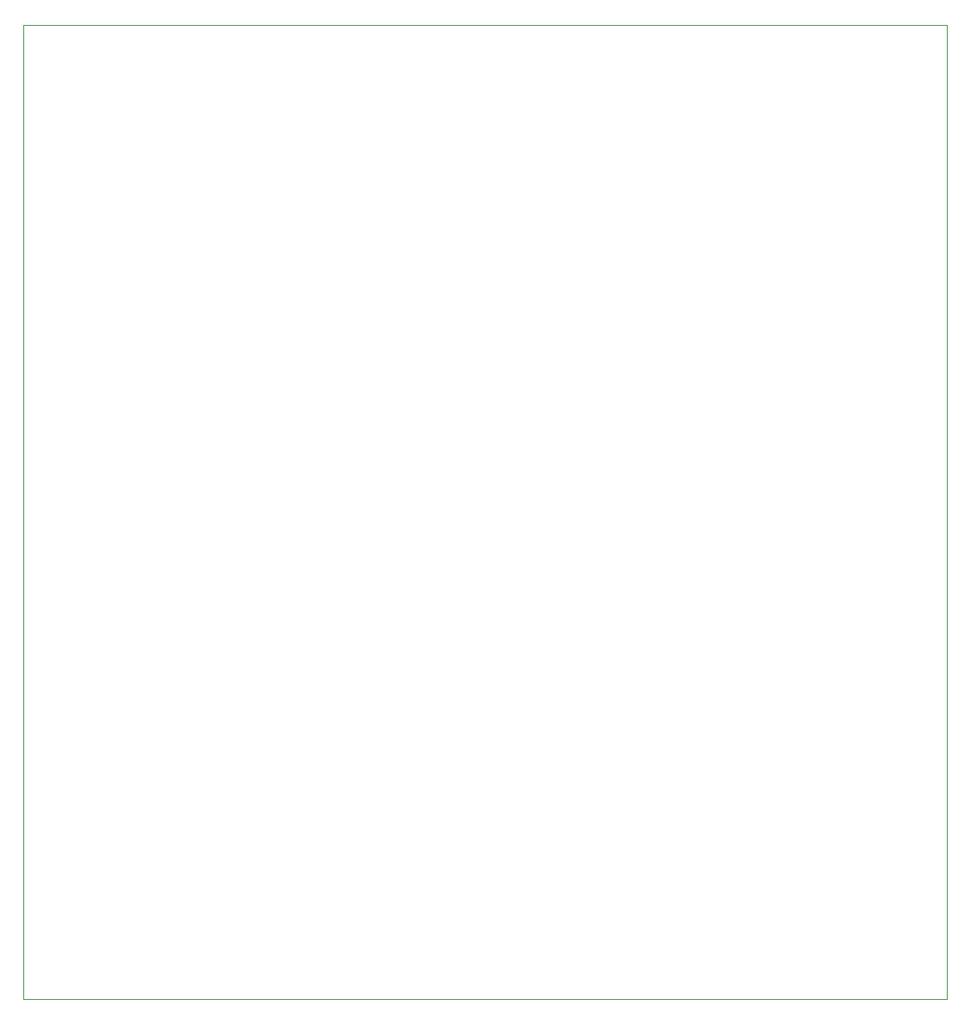
<source format=gbr>
%TF.GenerationSoftware,KiCad,Pcbnew,5.1.6-1.fc32*%
%TF.CreationDate,2020-08-07T18:49:01+03:00*%
%TF.ProjectId,ProjectFIH,50726f6a-6563-4744-9649-482e6b696361,rev?*%
%TF.SameCoordinates,Original*%
%TF.FileFunction,Profile,NP*%
%FSLAX46Y46*%
G04 Gerber Fmt 4.6, Leading zero omitted, Abs format (unit mm)*
G04 Created by KiCad (PCBNEW 5.1.6-1.fc32) date 2020-08-07 18:49:01*
%MOMM*%
%LPD*%
G01*
G04 APERTURE LIST*
%TA.AperFunction,Profile*%
%ADD10C,0.100000*%
%TD*%
G04 APERTURE END LIST*
D10*
X106680000Y-12700000D02*
X106680000Y-111760000D01*
X12700000Y-12700000D02*
X106680000Y-12700000D01*
X12700000Y-111760000D02*
X12700000Y-12700000D01*
X106680000Y-111760000D02*
X12700000Y-111760000D01*
M02*

</source>
